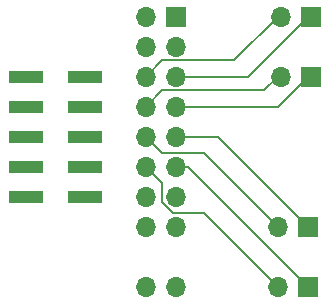
<source format=gbr>
%TF.GenerationSoftware,KiCad,Pcbnew,7.0.9-1.fc39*%
%TF.CreationDate,2023-11-25T21:30:58-08:00*%
%TF.ProjectId,supermicro-ATX-PCB,73757065-726d-4696-9372-6f2d4154582d,rev?*%
%TF.SameCoordinates,Original*%
%TF.FileFunction,Copper,L2,Bot*%
%TF.FilePolarity,Positive*%
%FSLAX46Y46*%
G04 Gerber Fmt 4.6, Leading zero omitted, Abs format (unit mm)*
G04 Created by KiCad (PCBNEW 7.0.9-1.fc39) date 2023-11-25 21:30:58*
%MOMM*%
%LPD*%
G01*
G04 APERTURE LIST*
%TA.AperFunction,ComponentPad*%
%ADD10R,1.700000X1.700000*%
%TD*%
%TA.AperFunction,ComponentPad*%
%ADD11O,1.700000X1.700000*%
%TD*%
%TA.AperFunction,SMDPad,CuDef*%
%ADD12R,3.000000X1.000000*%
%TD*%
%TA.AperFunction,Conductor*%
%ADD13C,0.200000*%
%TD*%
G04 APERTURE END LIST*
D10*
%TO.P,UID1,1,Pin_1*%
%TO.N,/UID_LED+*%
X123190000Y-68580000D03*
D11*
%TO.P,UID1,2,Pin_2*%
%TO.N,/UID_LED-*%
X120650000Y-68580000D03*
%TD*%
D10*
%TO.P,PWR_FAIL1,1,Pin_1*%
%TO.N,/PWR_FAIL_LED+*%
X123190000Y-63500000D03*
D11*
%TO.P,PWR_FAIL1,2,Pin_2*%
%TO.N,/PWR_FAIL_LED-*%
X120650000Y-63500000D03*
%TD*%
D12*
%TO.P,ATX-FP1,1,Pin_1*%
%TO.N,/HDD_LED+*%
X104100000Y-78740000D03*
%TO.P,ATX-FP1,2,Pin_2*%
%TO.N,/PWR_LED+*%
X99060000Y-78740000D03*
%TO.P,ATX-FP1,3,Pin_3*%
%TO.N,/HDD_LED-*%
X104100000Y-76200000D03*
%TO.P,ATX-FP1,4,Pin_4*%
%TO.N,/PWR_LED-*%
X99060000Y-76200000D03*
%TO.P,ATX-FP1,5,Pin_5*%
%TO.N,/RESET_BUTT*%
X104100000Y-73660000D03*
%TO.P,ATX-FP1,6,Pin_6*%
%TO.N,/PWR_BUTT*%
X99060000Y-73660000D03*
%TO.P,ATX-FP1,7,Pin_7*%
%TO.N,GND*%
X104100000Y-71120000D03*
%TO.P,ATX-FP1,8,Pin_8*%
X99060000Y-71120000D03*
%TO.P,ATX-FP1,9,Pin_9*%
X104100000Y-68580000D03*
%TO.P,ATX-FP1,10,Pin_10*%
%TO.N,unconnected-(ATX-FP1-Pin_10-Pad10)*%
X99060000Y-68580000D03*
%TD*%
D10*
%TO.P,SM-JF1,1,Pin_1*%
%TO.N,/PWR_BUTT*%
X111760000Y-63500000D03*
D11*
%TO.P,SM-JF1,2,Pin_2*%
%TO.N,GND*%
X109220000Y-63500000D03*
%TO.P,SM-JF1,3,Pin_3*%
%TO.N,/RESET_BUTT*%
X111760000Y-66040000D03*
%TO.P,SM-JF1,4,Pin_4*%
%TO.N,GND*%
X109220000Y-66040000D03*
%TO.P,SM-JF1,5,Pin_5*%
%TO.N,/PWR_FAIL_LED+*%
X111760000Y-68580000D03*
%TO.P,SM-JF1,6,Pin_6*%
%TO.N,/PWR_FAIL_LED-*%
X109220000Y-68580000D03*
%TO.P,SM-JF1,7,Pin_7*%
%TO.N,/UID_LED+*%
X111760000Y-71120000D03*
%TO.P,SM-JF1,8,Pin_8*%
%TO.N,/UID_LED-*%
X109220000Y-71120000D03*
%TO.P,SM-JF1,9,Pin_9*%
%TO.N,/NIC2_LED+*%
X111760000Y-73660000D03*
%TO.P,SM-JF1,10,Pin_10*%
%TO.N,/NIC2_LED-*%
X109220000Y-73660000D03*
%TO.P,SM-JF1,11,Pin_11*%
%TO.N,/NIC1_LED+*%
X111760000Y-76200000D03*
%TO.P,SM-JF1,12,Pin_12*%
%TO.N,/NIC1_LED-*%
X109220000Y-76200000D03*
%TO.P,SM-JF1,13,Pin_13*%
%TO.N,/HDD_LED+*%
X111760000Y-78740000D03*
%TO.P,SM-JF1,14,Pin_14*%
%TO.N,/HDD_LED-*%
X109220000Y-78740000D03*
%TO.P,SM-JF1,15,Pin_15*%
%TO.N,/PWR_LED+*%
X111760000Y-81280000D03*
%TO.P,SM-JF1,16,Pin_16*%
%TO.N,/PWR_LED-*%
X109220000Y-81280000D03*
%TO.P,SM-JF1,19,Pin_19*%
%TO.N,unconnected-(SM-JF1-Pin_19-Pad19)*%
X111760000Y-86360000D03*
%TO.P,SM-JF1,20,Pin_20*%
%TO.N,/NMI*%
X109220000Y-86360000D03*
%TD*%
D10*
%TO.P,NIC2,1,Pin_1*%
%TO.N,/NIC2_LED+*%
X122936000Y-81280000D03*
D11*
%TO.P,NIC2,2,Pin_2*%
%TO.N,/NIC2_LED-*%
X120396000Y-81280000D03*
%TD*%
%TO.P,NIC1,2,Pin_2*%
%TO.N,/NIC1_LED-*%
X120396000Y-86360000D03*
D10*
%TO.P,NIC1,1,Pin_1*%
%TO.N,/NIC1_LED+*%
X122936000Y-86360000D03*
%TD*%
D13*
%TO.N,/NIC1_LED-*%
X120396000Y-86360000D02*
X114166000Y-80130000D01*
X110610000Y-77590000D02*
X109220000Y-76200000D01*
X114166000Y-80130000D02*
X111523654Y-80130000D01*
X111523654Y-80130000D02*
X110610000Y-79216346D01*
X110610000Y-79216346D02*
X110610000Y-77590000D01*
%TO.N,/NIC1_LED+*%
X122936000Y-86360000D02*
X112776000Y-76200000D01*
X112776000Y-76200000D02*
X111760000Y-76200000D01*
%TO.N,/NIC2_LED-*%
X120396000Y-81280000D02*
X114166000Y-75050000D01*
X114166000Y-75050000D02*
X110610000Y-75050000D01*
X110610000Y-75050000D02*
X109220000Y-73660000D01*
%TO.N,/NIC2_LED+*%
X122936000Y-81280000D02*
X115316000Y-73660000D01*
X115316000Y-73660000D02*
X111760000Y-73660000D01*
%TO.N,/UID_LED+*%
X122936000Y-68580000D02*
X120396000Y-71120000D01*
X120396000Y-71120000D02*
X111760000Y-71120000D01*
%TO.N,/UID_LED-*%
X120396000Y-68580000D02*
X119246000Y-69730000D01*
X119246000Y-69730000D02*
X110610000Y-69730000D01*
X110610000Y-69730000D02*
X109220000Y-71120000D01*
%TO.N,/PWR_FAIL_LED+*%
X122936000Y-63500000D02*
X117856000Y-68580000D01*
X117856000Y-68580000D02*
X111760000Y-68580000D01*
%TO.N,/PWR_FAIL_LED-*%
X120396000Y-63500000D02*
X116706000Y-67190000D01*
X116706000Y-67190000D02*
X110610000Y-67190000D01*
X110610000Y-67190000D02*
X109220000Y-68580000D01*
%TD*%
M02*

</source>
